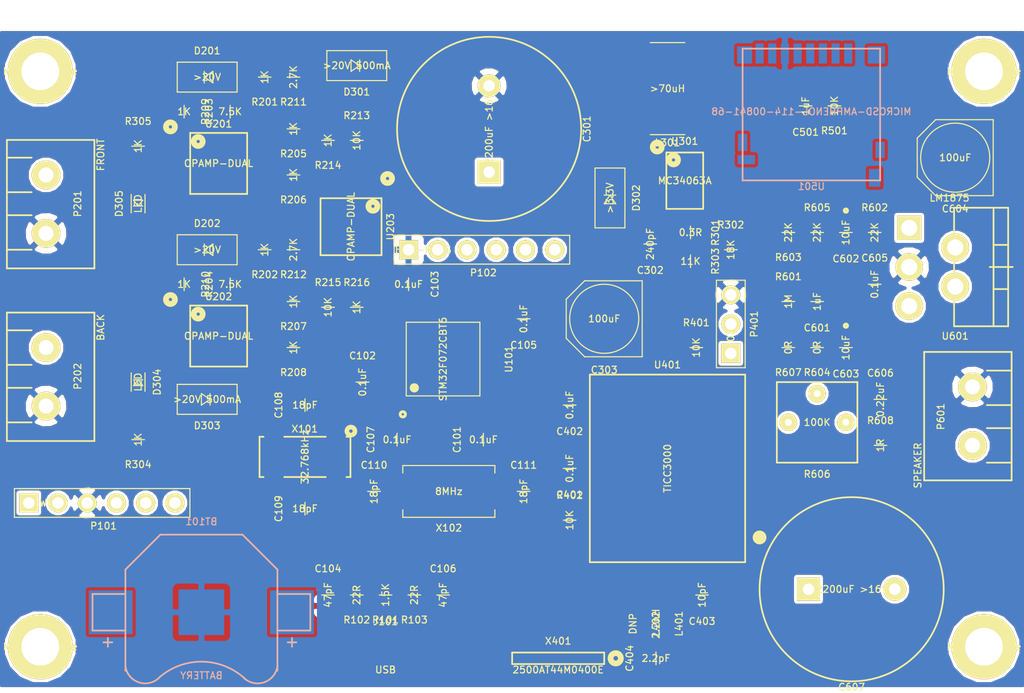
<source format=kicad_pcb>
(kicad_pcb (version 4) (host pcbnew "(2014-jul-16 BZR unknown)-product")
  (layers (0 F.Cu signal) (31 B.Cu signal) (34 B.Paste user) (35 F.Paste user) (36 B.SilkS user) (37 F.SilkS user) (38 B.Mask user) (39 F.Mask user) (44 Edge.Cuts user))
  (net 0 "")
  (net 1 GNDPWR)
  (net 2 "Net-(BT101-Pad1)")
  (net 3 +3.3V)
  (net 4 "Net-(C104-Pad2)")
  (net 5 "Net-(C106-Pad2)")
  (net 6 "Net-(C108-Pad1)")
  (net 7 "Net-(C109-Pad1)")
  (net 8 "Net-(C110-Pad1)")
  (net 9 "Net-(C111-Pad1)")
  (net 10 Vcc)
  (net 11 "Net-(C302-Pad1)")
  (net 12 "Net-(C403-Pad1)")
  (net 13 "Net-(C403-Pad2)")
  (net 14 "Net-(C404-Pad2)")
  (net 15 "Net-(C601-Pad1)")
  (net 16 /audio/AUDIOIN)
  (net 17 "Net-(C602-Pad1)")
  (net 18 "Net-(C603-Pad1)")
  (net 19 "Net-(C606-Pad1)")
  (net 20 "Net-(C607-Pad1)")
  (net 21 "Net-(C607-Pad2)")
  (net 22 "Net-(D201-Pad1)")
  (net 23 /input/FRONTIN)
  (net 24 "Net-(D202-Pad1)")
  (net 25 /input/BACKIN)
  (net 26 "Net-(D302-Pad2)")
  (net 27 "Net-(D303-Pad2)")
  (net 28 "Net-(D304-Pad1)")
  (net 29 "Net-(D305-Pad1)")
  (net 30 +5V)
  (net 31 /USBDM)
  (net 32 /USBDP)
  (net 33 /SWCLK)
  (net 34 /SWDIO)
  (net 35 /nRST)
  (net 36 "Net-(P101-Pad6)")
  (net 37 "Net-(P102-Pad2)")
  (net 38 "Net-(P102-Pad3)")
  (net 39 /DEBUGRX)
  (net 40 /DEBUGTX)
  (net 41 "Net-(P102-Pad6)")
  (net 42 /wifi/CC3000TX)
  (net 43 /wifi/CC3000RX)
  (net 44 /USBDPPU)
  (net 45 "Net-(R201-Pad2)")
  (net 46 "Net-(R202-Pad2)")
  (net 47 "Net-(R203-Pad2)")
  (net 48 "Net-(R204-Pad2)")
  (net 49 "Net-(R205-Pad2)")
  (net 50 "Net-(R207-Pad2)")
  (net 51 "Net-(R209-Pad1)")
  (net 52 "Net-(R209-Pad2)")
  (net 53 "Net-(R210-Pad1)")
  (net 54 "Net-(R210-Pad2)")
  (net 55 "Net-(R213-Pad1)")
  (net 56 "Net-(R215-Pad1)")
  (net 57 "Net-(R301-Pad2)")
  (net 58 "Net-(R302-Pad1)")
  (net 59 /wifi/CS)
  (net 60 /wifi/EN)
  (net 61 /sdcard/CS)
  (net 62 "Net-(R604-Pad2)")
  (net 63 "Net-(R606-Pad1)")
  (net 64 "Net-(R606-Pad2)")
  (net 65 "Net-(U101-Pad2)")
  (net 66 "Net-(U101-Pad10)")
  (net 67 "Net-(U101-Pad11)")
  (net 68 "Net-(U101-Pad12)")
  (net 69 "Net-(U101-Pad13)")
  (net 70 /wifi/SPICLK)
  (net 71 /wifi/SPIMISO)
  (net 72 /wifi/SPIMOSI)
  (net 73 /wifi/IRQ)
  (net 74 "Net-(U101-Pad21)")
  (net 75 "Net-(U101-Pad22)")
  (net 76 "Net-(U101-Pad25)")
  (net 77 /sdcard/CLK)
  (net 78 /sdcard/SPIMISO)
  (net 79 /sdcard/SPIMOSI)
  (net 80 /input/FRONTDIGITAL)
  (net 81 /input/BACKDIGITAL)
  (net 82 "Net-(U101-Pad41)")
  (net 83 "Net-(U101-Pad42)")
  (net 84 "Net-(U101-Pad43)")
  (net 85 "Net-(U101-Pad45)")
  (net 86 "Net-(U101-Pad46)")
  (net 87 "Net-(U401-Pad2)")
  (net 88 "Net-(U401-Pad3)")
  (net 89 "Net-(U401-Pad4)")
  (net 90 "Net-(U401-Pad5)")
  (net 91 "Net-(U401-Pad24)")
  (net 92 "Net-(U401-Pad27)")
  (net 93 "Net-(U401-Pad29)")
  (net 94 "Net-(U501-Pad1)")
  (net 95 "Net-(U501-Pad8)")
  (module kicadlib:CAPC2012X100N (layer F.Cu) (at 102 87 180)
    (fp_text reference C101 (at 2.286 0 270) (layer F.SilkS) (effects (font (size 0.6 0.6) (thickness 0.1))))
    (fp_text value 0.1uF (at 0 0 180) (layer F.SilkS) (effects (font (size 0.6 0.6) (thickness 0.1))))
    (pad 1 smd rect (at -0.95 0 180) (size 1 1.45) (layers F.Cu F.Paste F.Mask) (net 3 +3.3V))
    (pad 2 smd rect (at 0.95 0 180) (size 1 1.45) (layers F.Cu F.Paste F.Mask) (net 1 GNDPWR))
  )
  (module kicadlib:CAPC2012X100N (layer F.Cu) (at 91.5 82 90)
    (fp_text reference C102 (at 2.286 0 180) (layer F.SilkS) (effects (font (size 0.6 0.6) (thickness 0.1))))
    (fp_text value 0.1uF (at 0 0 90) (layer F.SilkS) (effects (font (size 0.6 0.6) (thickness 0.1))))
    (pad 1 smd rect (at -0.95 0 90) (size 1 1.45) (layers F.Cu F.Paste F.Mask) (net 3 +3.3V))
    (pad 2 smd rect (at 0.95 0 90) (size 1 1.45) (layers F.Cu F.Paste F.Mask) (net 1 GNDPWR))
  )
  (module kicadlib:CAPC2012X100N (layer F.Cu) (at 95.5 73.5)
    (fp_text reference C103 (at 2.286 0 90) (layer F.SilkS) (effects (font (size 0.6 0.6) (thickness 0.1))))
    (fp_text value 0.1uF (at 0 0) (layer F.SilkS) (effects (font (size 0.6 0.6) (thickness 0.1))))
    (pad 1 smd rect (at -0.95 0) (size 1 1.45) (layers F.Cu F.Paste F.Mask) (net 3 +3.3V))
    (pad 2 smd rect (at 0.95 0) (size 1 1.45) (layers F.Cu F.Paste F.Mask) (net 1 GNDPWR))
  )
  (module kicadlib:CAPC2012X100N (layer F.Cu) (at 88.5 100.5 90)
    (fp_text reference C104 (at 2.286 0 180) (layer F.SilkS) (effects (font (size 0.6 0.6) (thickness 0.1))))
    (fp_text value 47pF (at 0 0 90) (layer F.SilkS) (effects (font (size 0.6 0.6) (thickness 0.1))))
    (pad 1 smd rect (at -0.95 0 90) (size 1 1.45) (layers F.Cu F.Paste F.Mask) (net 1 GNDPWR))
    (pad 2 smd rect (at 0.95 0 90) (size 1 1.45) (layers F.Cu F.Paste F.Mask) (net 4 "Net-(C104-Pad2)"))
  )
  (module kicadlib:CAPC2012X100N (layer F.Cu) (at 105.5 76.5 270)
    (fp_text reference C105 (at 2.286 0 360) (layer F.SilkS) (effects (font (size 0.6 0.6) (thickness 0.1))))
    (fp_text value 0.1uF (at 0 0 270) (layer F.SilkS) (effects (font (size 0.6 0.6) (thickness 0.1))))
    (pad 1 smd rect (at -0.95 0 270) (size 1 1.45) (layers F.Cu F.Paste F.Mask) (net 3 +3.3V))
    (pad 2 smd rect (at 0.95 0 270) (size 1 1.45) (layers F.Cu F.Paste F.Mask) (net 1 GNDPWR))
  )
  (module kicadlib:CAPC2012X100N (layer F.Cu) (at 98.5 100.5 90)
    (fp_text reference C106 (at 2.286 0 180) (layer F.SilkS) (effects (font (size 0.6 0.6) (thickness 0.1))))
    (fp_text value 47pF (at 0 0 90) (layer F.SilkS) (effects (font (size 0.6 0.6) (thickness 0.1))))
    (pad 1 smd rect (at -0.95 0 90) (size 1 1.45) (layers F.Cu F.Paste F.Mask) (net 1 GNDPWR))
    (pad 2 smd rect (at 0.95 0 90) (size 1 1.45) (layers F.Cu F.Paste F.Mask) (net 5 "Net-(C106-Pad2)"))
  )
  (module kicadlib:CAPC2012X100N (layer F.Cu) (at 94.5 87 180)
    (fp_text reference C107 (at 2.286 0 270) (layer F.SilkS) (effects (font (size 0.6 0.6) (thickness 0.1))))
    (fp_text value 0.1uF (at 0 0 180) (layer F.SilkS) (effects (font (size 0.6 0.6) (thickness 0.1))))
    (pad 1 smd rect (at -0.95 0 180) (size 1 1.45) (layers F.Cu F.Paste F.Mask) (net 2 "Net-(BT101-Pad1)"))
    (pad 2 smd rect (at 0.95 0 180) (size 1 1.45) (layers F.Cu F.Paste F.Mask) (net 1 GNDPWR))
  )
  (module kicadlib:CAPC2012X100N (layer F.Cu) (at 86.5 84 180)
    (fp_text reference C108 (at 2.286 0 270) (layer F.SilkS) (effects (font (size 0.6 0.6) (thickness 0.1))))
    (fp_text value 18pF (at 0 0 180) (layer F.SilkS) (effects (font (size 0.6 0.6) (thickness 0.1))))
    (pad 1 smd rect (at -0.95 0 180) (size 1 1.45) (layers F.Cu F.Paste F.Mask) (net 6 "Net-(C108-Pad1)"))
    (pad 2 smd rect (at 0.95 0 180) (size 1 1.45) (layers F.Cu F.Paste F.Mask) (net 1 GNDPWR))
  )
  (module kicadlib:CAPC2012X100N (layer F.Cu) (at 86.5 93 180)
    (fp_text reference C109 (at 2.286 0 270) (layer F.SilkS) (effects (font (size 0.6 0.6) (thickness 0.1))))
    (fp_text value 18pF (at 0 0 180) (layer F.SilkS) (effects (font (size 0.6 0.6) (thickness 0.1))))
    (pad 1 smd rect (at -0.95 0 180) (size 1 1.45) (layers F.Cu F.Paste F.Mask) (net 7 "Net-(C109-Pad1)"))
    (pad 2 smd rect (at 0.95 0 180) (size 1 1.45) (layers F.Cu F.Paste F.Mask) (net 1 GNDPWR))
  )
  (module kicadlib:CAPC2012X100N (layer F.Cu) (at 92.5 91.5 90)
    (fp_text reference C110 (at 2.286 0 180) (layer F.SilkS) (effects (font (size 0.6 0.6) (thickness 0.1))))
    (fp_text value 18pF (at 0 0 90) (layer F.SilkS) (effects (font (size 0.6 0.6) (thickness 0.1))))
    (pad 1 smd rect (at -0.95 0 90) (size 1 1.45) (layers F.Cu F.Paste F.Mask) (net 8 "Net-(C110-Pad1)"))
    (pad 2 smd rect (at 0.95 0 90) (size 1 1.45) (layers F.Cu F.Paste F.Mask) (net 1 GNDPWR))
  )
  (module kicadlib:CAPC2012X100N (layer F.Cu) (at 105.5 91.5 90)
    (fp_text reference C111 (at 2.286 0 180) (layer F.SilkS) (effects (font (size 0.6 0.6) (thickness 0.1))))
    (fp_text value 18pF (at 0 0 90) (layer F.SilkS) (effects (font (size 0.6 0.6) (thickness 0.1))))
    (pad 1 smd rect (at -0.95 0 90) (size 1 1.45) (layers F.Cu F.Paste F.Mask) (net 9 "Net-(C111-Pad1)"))
    (pad 2 smd rect (at 0.95 0 90) (size 1 1.45) (layers F.Cu F.Paste F.Mask) (net 1 GNDPWR))
  )
  (module kicadlib:CAPPRD750W80D1600H2500P (layer F.Cu) (at 102.5 60 90)
    (fp_text reference C301 (at 0 8.5 90) (layer F.SilkS) (effects (font (size 0.6 0.6) (thickness 0.1))))
    (fp_text value "2200uF >16V" (at 0 0 90) (layer F.SilkS) (effects (font (size 0.6 0.6) (thickness 0.1))))
    (pad 1 thru_hole rect (at -3.75 0 90) (size 2 2) (drill 1) (layers *.Cu *.Mask F.SilkS) (net 10 Vcc))
    (pad 2 thru_hole circle (at 3.75 0 90) (size 2 2) (drill 1) (layers *.Cu *.Mask F.SilkS) (net 1 GNDPWR))
  )
  (module kicadlib:CAPC2012X100N (layer F.Cu) (at 116.5 70 270)
    (fp_text reference C302 (at 2.286 0 360) (layer F.SilkS) (effects (font (size 0.6 0.6) (thickness 0.1))))
    (fp_text value 240pF (at 0 0 270) (layer F.SilkS) (effects (font (size 0.6 0.6) (thickness 0.1))))
    (pad 1 smd rect (at -0.95 0 270) (size 1 1.45) (layers F.Cu F.Paste F.Mask) (net 11 "Net-(C302-Pad1)"))
    (pad 2 smd rect (at 0.95 0 270) (size 1 1.45) (layers F.Cu F.Paste F.Mask) (net 1 GNDPWR))
  )
  (module kicadlib:CAPC2012X100N (layer F.Cu) (at 109.5 89.5 270)
    (fp_text reference C401 (at 2.286 0 360) (layer F.SilkS) (effects (font (size 0.6 0.6) (thickness 0.1))))
    (fp_text value 0.1uF (at 0 0 270) (layer F.SilkS) (effects (font (size 0.6 0.6) (thickness 0.1))))
    (pad 1 smd rect (at -0.95 0 270) (size 1 1.45) (layers F.Cu F.Paste F.Mask) (net 3 +3.3V))
    (pad 2 smd rect (at 0.95 0 270) (size 1 1.45) (layers F.Cu F.Paste F.Mask) (net 1 GNDPWR))
  )
  (module kicadlib:CAPC2012X100N (layer F.Cu) (at 109.5 84 270)
    (fp_text reference C402 (at 2.286 0 360) (layer F.SilkS) (effects (font (size 0.6 0.6) (thickness 0.1))))
    (fp_text value 0.1uF (at 0 0 270) (layer F.SilkS) (effects (font (size 0.6 0.6) (thickness 0.1))))
    (pad 1 smd rect (at -0.95 0 270) (size 1 1.45) (layers F.Cu F.Paste F.Mask) (net 3 +3.3V))
    (pad 2 smd rect (at 0.95 0 270) (size 1 1.45) (layers F.Cu F.Paste F.Mask) (net 1 GNDPWR))
  )
  (module kicadlib:CAPC2012X100N (layer F.Cu) (at 121 100.5 270)
    (fp_text reference C403 (at 2.286 0 360) (layer F.SilkS) (effects (font (size 0.6 0.6) (thickness 0.1))))
    (fp_text value 10pF (at 0 0 270) (layer F.SilkS) (effects (font (size 0.6 0.6) (thickness 0.1))))
    (pad 1 smd rect (at -0.95 0 270) (size 1 1.45) (layers F.Cu F.Paste F.Mask) (net 12 "Net-(C403-Pad1)"))
    (pad 2 smd rect (at 0.95 0 270) (size 1 1.45) (layers F.Cu F.Paste F.Mask) (net 13 "Net-(C403-Pad2)"))
  )
  (module kicadlib:CAPC2012X100N (layer F.Cu) (at 117 106 180)
    (fp_text reference C404 (at 2.286 0 270) (layer F.SilkS) (effects (font (size 0.6 0.6) (thickness 0.1))))
    (fp_text value 2.2pF (at 0 0 180) (layer F.SilkS) (effects (font (size 0.6 0.6) (thickness 0.1))))
    (pad 1 smd rect (at -0.95 0 180) (size 1 1.45) (layers F.Cu F.Paste F.Mask) (net 13 "Net-(C403-Pad2)"))
    (pad 2 smd rect (at 0.95 0 180) (size 1 1.45) (layers F.Cu F.Paste F.Mask) (net 14 "Net-(C404-Pad2)"))
  )
  (module kicadlib:CAPC2012X100N (layer F.Cu) (at 130 58 270)
    (fp_text reference C501 (at 2.286 0 360) (layer F.SilkS) (effects (font (size 0.6 0.6) (thickness 0.1))))
    (fp_text value 1uF (at 0 0 270) (layer F.SilkS) (effects (font (size 0.6 0.6) (thickness 0.1))))
    (pad 1 smd rect (at -0.95 0 270) (size 1 1.45) (layers F.Cu F.Paste F.Mask) (net 3 +3.3V))
    (pad 2 smd rect (at 0.95 0 270) (size 1 1.45) (layers F.Cu F.Paste F.Mask) (net 1 GNDPWR))
  )
  (module kicadlib:CAPC2012X100N (layer F.Cu) (at 131 75 270)
    (fp_text reference C601 (at 2.286 0 360) (layer F.SilkS) (effects (font (size 0.6 0.6) (thickness 0.1))))
    (fp_text value 1uF (at 0 0 270) (layer F.SilkS) (effects (font (size 0.6 0.6) (thickness 0.1))))
    (pad 1 smd rect (at -0.95 0 270) (size 1 1.45) (layers F.Cu F.Paste F.Mask) (net 15 "Net-(C601-Pad1)"))
    (pad 2 smd rect (at 0.95 0 270) (size 1 1.45) (layers F.Cu F.Paste F.Mask) (net 16 /audio/AUDIOIN))
  )
  (module kicadlib:CAPCP2012X100N (layer F.Cu) (at 133.5 69 270)
    (fp_text reference C602 (at 2.286 0 360) (layer F.SilkS) (effects (font (size 0.6 0.6) (thickness 0.1))))
    (fp_text value 10uF (at 0 0 270) (layer F.SilkS) (effects (font (size 0.6 0.6) (thickness 0.1))))
    (pad 1 smd rect (at -0.95 0 270) (size 1 1.45) (layers F.Cu F.Paste F.Mask) (net 17 "Net-(C602-Pad1)"))
    (pad 2 smd rect (at 0.95 0 270) (size 1 1.45) (layers F.Cu F.Paste F.Mask) (net 1 GNDPWR))
  )
  (module kicadlib:CAPCP2012X100N (layer F.Cu) (at 133.5 79 270)
    (fp_text reference C603 (at 2.286 0 360) (layer F.SilkS) (effects (font (size 0.6 0.6) (thickness 0.1))))
    (fp_text value 10uF (at 0 0 270) (layer F.SilkS) (effects (font (size 0.6 0.6) (thickness 0.1))))
    (pad 1 smd rect (at -0.95 0 270) (size 1 1.45) (layers F.Cu F.Paste F.Mask) (net 18 "Net-(C603-Pad1)"))
    (pad 2 smd rect (at 0.95 0 270) (size 1 1.45) (layers F.Cu F.Paste F.Mask) (net 1 GNDPWR))
  )
  (module kicadlib:CAPC2012X100N (layer F.Cu) (at 136 73.5 90)
    (fp_text reference C605 (at 2.286 0 180) (layer F.SilkS) (effects (font (size 0.6 0.6) (thickness 0.1))))
    (fp_text value 0.1uF (at 0 0 90) (layer F.SilkS) (effects (font (size 0.6 0.6) (thickness 0.1))))
    (pad 1 smd rect (at -0.95 0 90) (size 1 1.45) (layers F.Cu F.Paste F.Mask) (net 10 Vcc))
    (pad 2 smd rect (at 0.95 0 90) (size 1 1.45) (layers F.Cu F.Paste F.Mask) (net 1 GNDPWR))
  )
  (module kicadlib:CAPC2012X100N (layer F.Cu) (at 136.5 83.5 90)
    (fp_text reference C606 (at 2.286 0 180) (layer F.SilkS) (effects (font (size 0.6 0.6) (thickness 0.1))))
    (fp_text value 0.22uF (at 0 0 90) (layer F.SilkS) (effects (font (size 0.6 0.6) (thickness 0.1))))
    (pad 1 smd rect (at -0.95 0 90) (size 1 1.45) (layers F.Cu F.Paste F.Mask) (net 19 "Net-(C606-Pad1)"))
    (pad 2 smd rect (at 0.95 0 90) (size 1 1.45) (layers F.Cu F.Paste F.Mask) (net 1 GNDPWR))
  )
  (module kicadlib:CAPPRD750W80D1600H2500P (layer F.Cu) (at 134 100)
    (fp_text reference C607 (at 0 8.5) (layer F.SilkS) (effects (font (size 0.6 0.6) (thickness 0.1))))
    (fp_text value "2200uF >16V" (at 0 0) (layer F.SilkS) (effects (font (size 0.6 0.6) (thickness 0.1))))
    (pad 1 thru_hole rect (at -3.75 0) (size 2 2) (drill 1) (layers *.Cu *.Mask F.SilkS) (net 20 "Net-(C607-Pad1)"))
    (pad 2 thru_hole circle (at 3.75 0) (size 2 2) (drill 1) (layers *.Cu *.Mask F.SilkS) (net 21 "Net-(C607-Pad2)"))
  )
  (module kicadlib:DIOM5226X220N (layer F.Cu) (at 78 55.5 180)
    (fp_text reference D201 (at 0 2.286 180) (layer F.SilkS) (effects (font (size 0.6 0.6) (thickness 0.1))))
    (fp_text value >20V (at 0 0 180) (layer F.SilkS) (effects (font (size 0.6 0.6) (thickness 0.1))))
    (pad 1 smd rect (at -2.15 0 180) (size 2.3 1.55) (layers F.Cu F.Paste F.Mask) (net 22 "Net-(D201-Pad1)"))
    (pad 2 smd rect (at 2.15 0 180) (size 2.3 1.55) (layers F.Cu F.Paste F.Mask) (net 23 /input/FRONTIN))
  )
  (module kicadlib:DIOM5226X220N (layer F.Cu) (at 78 70.5 180)
    (fp_text reference D202 (at 0 2.286 180) (layer F.SilkS) (effects (font (size 0.6 0.6) (thickness 0.1))))
    (fp_text value >20V (at 0 0 180) (layer F.SilkS) (effects (font (size 0.6 0.6) (thickness 0.1))))
    (pad 1 smd rect (at -2.15 0 180) (size 2.3 1.55) (layers F.Cu F.Paste F.Mask) (net 24 "Net-(D202-Pad1)"))
    (pad 2 smd rect (at 2.15 0 180) (size 2.3 1.55) (layers F.Cu F.Paste F.Mask) (net 25 /input/BACKIN))
  )
  (module kicadlib:DIOM5226X220N (layer F.Cu) (at 91 54.5)
    (fp_text reference D301 (at 0 2.286) (layer F.SilkS) (effects (font (size 0.6 0.6) (thickness 0.1))))
    (fp_text value ">20V 500mA" (at 0 0) (layer F.SilkS) (effects (font (size 0.6 0.6) (thickness 0.1))))
    (pad 1 smd rect (at -2.15 0) (size 2.3 1.55) (layers F.Cu F.Paste F.Mask) (net 23 /input/FRONTIN))
    (pad 2 smd rect (at 2.15 0) (size 2.3 1.55) (layers F.Cu F.Paste F.Mask) (net 10 Vcc))
  )
  (module kicadlib:DIOM5226X220N (layer F.Cu) (at 113 66 90)
    (fp_text reference D302 (at 0 2.286 90) (layer F.SilkS) (effects (font (size 0.6 0.6) (thickness 0.1))))
    (fp_text value >3.3V (at 0 0 90) (layer F.SilkS) (effects (font (size 0.6 0.6) (thickness 0.1))))
    (pad 1 smd rect (at -2.15 0 90) (size 2.3 1.55) (layers F.Cu F.Paste F.Mask) (net 1 GNDPWR))
    (pad 2 smd rect (at 2.15 0 90) (size 2.3 1.55) (layers F.Cu F.Paste F.Mask) (net 26 "Net-(D302-Pad2)"))
  )
  (module kicadlib:DIOM5226X220N (layer F.Cu) (at 78 83.5)
    (fp_text reference D303 (at 0 2.286) (layer F.SilkS) (effects (font (size 0.6 0.6) (thickness 0.1))))
    (fp_text value ">20V 500mA" (at 0 0) (layer F.SilkS) (effects (font (size 0.6 0.6) (thickness 0.1))))
    (pad 1 smd rect (at -2.15 0) (size 2.3 1.55) (layers F.Cu F.Paste F.Mask) (net 25 /input/BACKIN))
    (pad 2 smd rect (at 2.15 0) (size 2.3 1.55) (layers F.Cu F.Paste F.Mask) (net 27 "Net-(D303-Pad2)"))
  )
  (module kicadlib:LEDC3216X100N (layer F.Cu) (at 72 82 90)
    (fp_text reference D304 (at 0 1.651 90) (layer F.SilkS) (effects (font (size 0.6 0.6) (thickness 0.1))))
    (fp_text value LED (at 0 0 90) (layer F.SilkS) (effects (font (size 0.6 0.6) (thickness 0.1))))
    (pad 1 smd rect (at -1.5 0 90) (size 1.05 1.75) (layers F.Cu F.Paste F.Mask) (net 28 "Net-(D304-Pad1)"))
    (pad 2 smd rect (at 1.5 0 90) (size 1.05 1.75) (layers F.Cu F.Paste F.Mask) (net 1 GNDPWR))
  )
  (module kicadlib:LEDC3216X100N (layer F.Cu) (at 72 66.5 270)
    (fp_text reference D305 (at 0 1.651 270) (layer F.SilkS) (effects (font (size 0.6 0.6) (thickness 0.1))))
    (fp_text value LED (at 0 0 270) (layer F.SilkS) (effects (font (size 0.6 0.6) (thickness 0.1))))
    (pad 1 smd rect (at -1.5 0 270) (size 1.05 1.75) (layers F.Cu F.Paste F.Mask) (net 29 "Net-(D305-Pad1)"))
    (pad 2 smd rect (at 1.5 0 270) (size 1.05 1.75) (layers F.Cu F.Paste F.Mask) (net 1 GNDPWR))
  )
  (module kicadlib:JST_UB-MC5BR3-SD204-4S-NMP (layer F.Cu) (at 93.5 107)
    (fp_text reference J101 (at 0 -4.191) (layer F.SilkS) (effects (font (size 0.6 0.6) (thickness 0.1))))
    (fp_text value USB (at 0 0) (layer F.SilkS) (effects (font (size 0.6 0.6) (thickness 0.1))))
    (pad 1 smd rect (at -1.3 -2.95) (size 0.4 1.9) (layers F.Cu F.Paste F.Mask) (net 30 +5V))
    (pad 2 smd rect (at -0.65 -2.95) (size 0.4 1.9) (layers F.Cu F.Paste F.Mask) (net 31 /USBDM))
    (pad 3 smd rect (at 0 -2.95) (size 0.4 1.9) (layers F.Cu F.Paste F.Mask) (net 32 /USBDP))
    (pad 4 smd rect (at 0.65 -2.95) (size 0.4 1.9) (layers F.Cu F.Paste F.Mask))
    (pad 5 smd rect (at 1.3 -2.95) (size 0.4 1.9) (layers F.Cu F.Paste F.Mask) (net 1 GNDPWR))
    (pad "" smd rect (at -3.2 -2.35) (size 1.6 1.4) (layers F.Cu F.Paste F.Mask))
    (pad "" smd rect (at 3.2 -2.35) (size 1.6 1.4) (layers F.Cu F.Paste F.Mask))
    (pad "" smd rect (at -4 0) (size 1.8 1.9) (layers F.Cu F.Paste F.Mask))
    (pad "" smd rect (at 4 0) (size 1.8 1.9) (layers F.Cu F.Paste F.Mask))
    (pad "" smd rect (at -1.2 0) (size 1.9 1.9) (layers F.Cu F.Paste F.Mask))
    (pad "" smd rect (at 1.2 0) (size 1.9 1.9) (layers F.Cu F.Paste F.Mask))
  )
  (module kicadlib:IND_ASPI-8040S-680M-T (layer F.Cu) (at 118 56.5)
    (fp_text reference L301 (at 0 4.699) (layer F.SilkS) (effects (font (size 0.6 0.6) (thickness 0.1))))
    (fp_text value >70uH (at 0 0) (layer F.SilkS) (effects (font (size 0.6 0.6) (thickness 0.1))))
    (pad 1 smd rect (at -3 0) (size 2.2 7.5) (layers F.Cu F.Paste F.Mask) (net 26 "Net-(D302-Pad2)"))
    (pad 2 smd rect (at 3 0) (size 2.2 7.5) (layers F.Cu F.Paste F.Mask) (net 3 +3.3V))
  )
  (module kicadlib:INDC1005X60N (layer F.Cu) (at 118 103 90)
    (fp_text reference L401 (at 0 1 90) (layer F.SilkS) (effects (font (size 0.6 0.6) (thickness 0.1))))
    (fp_text value 2.2nH (at 0 -1 90) (layer F.SilkS) (effects (font (size 0.6 0.6) (thickness 0.1))))
    (pad 1 smd rect (at -0.47 0 90) (size 0.6 0.64) (layers F.Cu F.Paste F.Mask) (net 13 "Net-(C403-Pad2)"))
    (pad 2 smd rect (at 0.47 0 90) (size 0.6 0.64) (layers F.Cu F.Paste F.Mask) (net 1 GNDPWR))
  )
  (module kicadlib:INDC1005X60N (layer F.Cu) (at 116 103 90)
    (fp_text reference L402 (at 0 1 90) (layer F.SilkS) (effects (font (size 0.6 0.6) (thickness 0.1))))
    (fp_text value DNP (at 0 -1 90) (layer F.SilkS) (effects (font (size 0.6 0.6) (thickness 0.1))))
    (pad 1 smd rect (at -0.47 0 90) (size 0.6 0.64) (layers F.Cu F.Paste F.Mask) (net 14 "Net-(C404-Pad2)"))
    (pad 2 smd rect (at 0.47 0 90) (size 0.6 0.64) (layers F.Cu F.Paste F.Mask) (net 1 GNDPWR))
  )
  (module kicadlib:MTGNP565H328Z565P (layer F.Cu) (at 145.5 55)
    (fp_text reference M101 hide)
    (fp_text value "Mounting Hole" (at 0 0) (layer F.SilkS) (effects (font (size 0.6 0.6) (thickness 0.1))))
    (pad "" thru_hole circle (at 0 0) (size 5.65 5.65) (drill 3.2766) (layers *.Cu *.Mask F.SilkS))
  )
  (module kicadlib:MTGNP565H328Z565P (layer F.Cu) (at 63.5 105)
    (fp_text reference M102 hide)
    (fp_text value "Mounting Hole" (at 0 0) (layer F.SilkS) (effects (font (size 0.6 0.6) (thickness 0.1))))
    (pad "" thru_hole circle (at 0 0) (size 5.65 5.65) (drill 3.2766) (layers *.Cu *.Mask F.SilkS))
  )
  (module kicadlib:MTGNP565H328Z565P (layer F.Cu) (at 145.5 105)
    (fp_text reference M103 hide)
    (fp_text value "Mounting Hole" (at 0 0) (layer F.SilkS) (effects (font (size 0.6 0.6) (thickness 0.1))))
    (pad "" thru_hole circle (at 0 0) (size 5.65 5.65) (drill 3.2766) (layers *.Cu *.Mask F.SilkS))
  )
  (module kicadlib:MTGNP565H328Z565P (layer F.Cu) (at 63.5 55)
    (fp_text reference M104 hide)
    (fp_text value "Mounting Hole" (at 0 0) (layer F.SilkS) (effects (font (size 0.6 0.6) (thickness 0.1))))
    (pad "" thru_hole circle (at 0 0) (size 5.65 5.65) (drill 3.2766) (layers *.Cu *.Mask F.SilkS))
  )
  (module kicadlib:HDRV6W66P254_1X6_1524X249X838P (layer F.Cu) (at 62.5 92.5)
    (fp_text reference P101 (at 6.5 2) (layer F.SilkS) (effects (font (size 0.6 0.6) (thickness 0.1))))
    (fp_text value SWD (at 1.27 0) (layer F.SilkS) (effects (font (size 0.6 0.6) (thickness 0.1))))
    (pad 1 thru_hole rect (at 0 0) (size 1.65 1.65) (drill 1) (layers *.Cu *.Mask F.SilkS) (net 3 +3.3V))
    (pad 2 thru_hole circle (at 2.54 0) (size 1.65 1.65) (drill 1) (layers *.Cu *.Mask F.SilkS) (net 33 /SWCLK))
    (pad 3 thru_hole circle (at 5.08 0) (size 1.65 1.65) (drill 1) (layers *.Cu *.Mask F.SilkS) (net 1 GNDPWR))
    (pad 4 thru_hole circle (at 7.62 0) (size 1.65 1.65) (drill 1) (layers *.Cu *.Mask F.SilkS) (net 34 /SWDIO))
    (pad 5 thru_hole circle (at 10.16 0) (size 1.65 1.65) (drill 1) (layers *.Cu *.Mask F.SilkS) (net 35 /nRST))
    (pad 6 thru_hole circle (at 12.7 0) (size 1.65 1.65) (drill 1) (layers *.Cu *.Mask F.SilkS) (net 36 "Net-(P101-Pad6)"))
  )
  (module kicadlib:HDRV6W66P254_1X6_1524X249X838P (layer F.Cu) (at 95.5 70.5)
    (fp_text reference P102 (at 6.5 2) (layer F.SilkS) (effects (font (size 0.6 0.6) (thickness 0.1))))
    (fp_text value FTDI-PLUG (at 1.27 0) (layer F.SilkS) (effects (font (size 0.6 0.6) (thickness 0.1))))
    (pad 1 thru_hole rect (at 0 0) (size 1.65 1.65) (drill 1) (layers *.Cu *.Mask F.SilkS) (net 1 GNDPWR))
    (pad 2 thru_hole circle (at 2.54 0) (size 1.65 1.65) (drill 1) (layers *.Cu *.Mask F.SilkS) (net 37 "Net-(P102-Pad2)"))
    (pad 3 thru_hole circle (at 5.08 0) (size 1.65 1.65) (drill 1) (layers *.Cu *.Mask F.SilkS) (net 38 "Net-(P102-Pad3)"))
    (pad 4 thru_hole circle (at 7.62 0) (size 1.65 1.65) (drill 1) (layers *.Cu *.Mask F.SilkS) (net 39 /DEBUGRX))
    (pad 5 thru_hole circle (at 10.16 0) (size 1.65 1.65) (drill 1) (layers *.Cu *.Mask F.SilkS) (net 40 /DEBUGTX))
    (pad 6 thru_hole circle (at 12.7 0) (size 1.65 1.65) (drill 1) (layers *.Cu *.Mask F.SilkS) (net 41 "Net-(P102-Pad6)"))
  )
  (module kicadlib:OST-OSTTC022162 (layer F.Cu) (at 64 64 270)
    (fp_text reference P201 (at 2.5 -2.75 270) (layer F.SilkS) (effects (font (size 0.6 0.6) (thickness 0.1))))
    (fp_text value FRONT (at -1.75 -4.75 270) (layer F.SilkS) (effects (font (size 0.6 0.6) (thickness 0.1))))
    (pad 1 thru_hole circle (at 0 0 270) (size 2.5 2.5) (drill 1.3) (layers *.Cu *.Mask F.SilkS) (net 23 /input/FRONTIN))
    (pad 2 thru_hole circle (at 5.08 0 270) (size 2.5 2.5) (drill 1.3) (layers *.Cu *.Mask F.SilkS) (net 1 GNDPWR))
  )
  (module kicadlib:OST-OSTTC022162 (layer F.Cu) (at 64 79 270)
    (fp_text reference P202 (at 2.5 -2.75 270) (layer F.SilkS) (effects (font (size 0.6 0.6) (thickness 0.1))))
    (fp_text value BACK (at -1.75 -4.75 270) (layer F.SilkS) (effects (font (size 0.6 0.6) (thickness 0.1))))
    (pad 1 thru_hole circle (at 0 0 270) (size 2.5 2.5) (drill 1.3) (layers *.Cu *.Mask F.SilkS) (net 25 /input/BACKIN))
    (pad 2 thru_hole circle (at 5.08 0 270) (size 2.5 2.5) (drill 1.3) (layers *.Cu *.Mask F.SilkS) (net 1 GNDPWR))
  )
  (module kicadlib:HDRV3W66P254_1X3_762X249X838P (layer F.Cu) (at 123.5 79.5 90)
    (fp_text reference P401 (at 2.54 2.032 90) (layer F.SilkS) (effects (font (size 0.6 0.6) (thickness 0.1))))
    (fp_text value P03 (at 1.27 0 90) (layer F.SilkS) (effects (font (size 0.6 0.6) (thickness 0.1))))
    (pad 1 thru_hole rect (at 0 0 90) (size 1.65 1.65) (drill 1) (layers *.Cu *.Mask F.SilkS) (net 42 /wifi/CC3000TX))
    (pad 2 thru_hole circle (at 2.54 0 90) (size 1.65 1.65) (drill 1) (layers *.Cu *.Mask F.SilkS) (net 43 /wifi/CC3000RX))
    (pad 3 thru_hole circle (at 5.08 0 90) (size 1.65 1.65) (drill 1) (layers *.Cu *.Mask F.SilkS) (net 1 GNDPWR))
  )
  (module kicadlib:OST-OSTTC022162 (layer F.Cu) (at 144.5 87.5 90)
    (fp_text reference P601 (at 2.5 -2.75 90) (layer F.SilkS) (effects (font (size 0.6 0.6) (thickness 0.1))))
    (fp_text value SPEAKER (at -1.75 -4.75 90) (layer F.SilkS) (effects (font (size 0.6 0.6) (thickness 0.1))))
    (pad 1 thru_hole circle (at 0 0 90) (size 2.5 2.5) (drill 1.3) (layers *.Cu *.Mask F.SilkS) (net 21 "Net-(C607-Pad2)"))
    (pad 2 thru_hole circle (at 5.08 0 90) (size 2.5 2.5) (drill 1.3) (layers *.Cu *.Mask F.SilkS) (net 1 GNDPWR))
  )
  (module kicadlib:RESC2012X100N (layer F.Cu) (at 93.5 100.5 270)
    (fp_text reference R101 (at 2.159 0 360) (layer F.SilkS) (effects (font (size 0.6 0.6) (thickness 0.1))))
    (fp_text value 1.5K (at 0 0 270) (layer F.SilkS) (effects (font (size 0.6 0.6) (thickness 0.1))))
    (pad 1 smd rect (at -0.95 0 270) (size 1 1.45) (layers F.Cu F.Paste F.Mask) (net 44 /USBDPPU))
    (pad 2 smd rect (at 0.95 0 270) (size 1 1.45) (layers F.Cu F.Paste F.Mask) (net 32 /USBDP))
  )
  (module kicadlib:RESC2012X100N (layer F.Cu) (at 91 100.5 270)
    (fp_text reference R102 (at 2.159 0 360) (layer F.SilkS) (effects (font (size 0.6 0.6) (thickness 0.1))))
    (fp_text value 22R (at 0 0 270) (layer F.SilkS) (effects (font (size 0.6 0.6) (thickness 0.1))))
    (pad 1 smd rect (at -0.95 0 270) (size 1 1.45) (layers F.Cu F.Paste F.Mask) (net 4 "Net-(C104-Pad2)"))
    (pad 2 smd rect (at 0.95 0 270) (size 1 1.45) (layers F.Cu F.Paste F.Mask) (net 32 /USBDP))
  )
  (module kicadlib:RESC2012X100N (layer F.Cu) (at 96 100.5 270)
    (fp_text reference R103 (at 2.159 0 360) (layer F.SilkS) (effects (font (size 0.6 0.6) (thickness 0.1))))
    (fp_text value 22R (at 0 0 270) (layer F.SilkS) (effects (font (size 0.6 0.6) (thickness 0.1))))
    (pad 1 smd rect (at -0.95 0 270) (size 1 1.45) (layers F.Cu F.Paste F.Mask) (net 5 "Net-(C106-Pad2)"))
    (pad 2 smd rect (at 0.95 0 270) (size 1 1.45) (layers F.Cu F.Paste F.Mask) (net 31 /USBDM))
  )
  (module kicadlib:RESC2012X100N (layer F.Cu) (at 83 55.5 270)
    (fp_text reference R201 (at 2.159 0 360) (layer F.SilkS) (effects (font (size 0.6 0.6) (thickness 0.1))))
    (fp_text value 1K (at 0 0 270) (layer F.SilkS) (effects (font (size 0.6 0.6) (thickness 0.1))))
    (pad 1 smd rect (at -0.95 0 270) (size 1 1.45) (layers F.Cu F.Paste F.Mask) (net 22 "Net-(D201-Pad1)"))
    (pad 2 smd rect (at 0.95 0 270) (size 1 1.45) (layers F.Cu F.Paste F.Mask) (net 45 "Net-(R201-Pad2)"))
  )
  (module kicadlib:RESC2012X100N (layer F.Cu) (at 83 70.5 270)
    (fp_text reference R202 (at 2.159 0 360) (layer F.SilkS) (effects (font (size 0.6 0.6) (thickness 0.1))))
    (fp_text value 1K (at 0 0 270) (layer F.SilkS) (effects (font (size 0.6 0.6) (thickness 0.1))))
    (pad 1 smd rect (at -0.95 0 270) (size 1 1.45) (layers F.Cu F.Paste F.Mask) (net 24 "Net-(D202-Pad1)"))
    (pad 2 smd rect (at 0.95 0 270) (size 1 1.45) (layers F.Cu F.Paste F.Mask) (net 46 "Net-(R202-Pad2)"))
  )
  (module kicadlib:RESC2012X100N (layer F.Cu) (at 76 58.5)
    (fp_text reference R203 (at 2.159 0 90) (layer F.SilkS) (effects (font (size 0.6 0.6) (thickness 0.1))))
    (fp_text value 1K (at 0 0) (layer F.SilkS) (effects (font (size 0.6 0.6) (thickness 0.1))))
    (pad 1 smd rect (at -0.95 0) (size 1 1.45) (layers F.Cu F.Paste F.Mask) (net 45 "Net-(R201-Pad2)"))
    (pad 2 smd rect (at 0.95 0) (size 1 1.45) (layers F.Cu F.Paste F.Mask) (net 47 "Net-(R203-Pad2)"))
  )
  (module kicadlib:RESC2012X100N (layer F.Cu) (at 76 73.5)
    (fp_text reference R204 (at 2.159 0 90) (layer F.SilkS) (effects (font (size 0.6 0.6) (thickness 0.1))))
    (fp_text value 1K (at 0 0) (layer F.SilkS) (effects (font (size 0.6 0.6) (thickness 0.1))))
    (pad 1 smd rect (at -0.95 0) (size 1 1.45) (layers F.Cu F.Paste F.Mask) (net 46 "Net-(R202-Pad2)"))
    (pad 2 smd rect (at 0.95 0) (size 1 1.45) (layers F.Cu F.Paste F.Mask) (net 48 "Net-(R204-Pad2)"))
  )
  (module kicadlib:RESC2012X100N (layer F.Cu) (at 85.5 60 270)
    (fp_text reference R205 (at 2.159 0 360) (layer F.SilkS) (effects (font (size 0.6 0.6) (thickness 0.1))))
    (fp_text value 1K (at 0 0 270) (layer F.SilkS) (effects (font (size 0.6 0.6) (thickness 0.1))))
    (pad 1 smd rect (at -0.95 0 270) (size 1 1.45) (layers F.Cu F.Paste F.Mask) (net 10 Vcc))
    (pad 2 smd rect (at 0.95 0 270) (size 1 1.45) (layers F.Cu F.Paste F.Mask) (net 49 "Net-(R205-Pad2)"))
  )
  (module kicadlib:RESC2012X100N (layer F.Cu) (at 85.5 64 270)
    (fp_text reference R206 (at 2.159 0 360) (layer F.SilkS) (effects (font (size 0.6 0.6) (thickness 0.1))))
    (fp_text value 1K (at 0 0 270) (layer F.SilkS) (effects (font (size 0.6 0.6) (thickness 0.1))))
    (pad 1 smd rect (at -0.95 0 270) (size 1 1.45) (layers F.Cu F.Paste F.Mask) (net 49 "Net-(R205-Pad2)"))
    (pad 2 smd rect (at 0.95 0 270) (size 1 1.45) (layers F.Cu F.Paste F.Mask) (net 1 GNDPWR))
  )
  (module kicadlib:RESC2012X100N (layer F.Cu) (at 85.5 75 270)
    (fp_text reference R207 (at 2.159 0 360) (layer F.SilkS) (effects (font (size 0.6 0.6) (thickness 0.1))))
    (fp_text value 1K (at 0 0 270) (layer F.SilkS) (effects (font (size 0.6 0.6) (thickness 0.1))))
    (pad 1 smd rect (at -0.95 0 270) (size 1 1.45) (layers F.Cu F.Paste F.Mask) (net 10 Vcc))
    (pad 2 smd rect (at 0.95 0 270) (size 1 1.45) (layers F.Cu F.Paste F.Mask) (net 50 "Net-(R207-Pad2)"))
  )
  (module kicadlib:RESC2012X100N (layer F.Cu) (at 85.5 79 270)
    (fp_text reference R208 (at 2.159 0 360) (layer F.SilkS) (effects (font (size 0.6 0.6) (thickness 0.1))))
    (fp_text value 1K (at 0 0 270) (layer F.SilkS) (effects (font (size 0.6 0.6) (thickness 0.1))))
    (pad 1 smd rect (at -0.95 0 270) (size 1 1.45) (layers F.Cu F.Paste F.Mask) (net 50 "Net-(R207-Pad2)"))
    (pad 2 smd rect (at 0.95 0 270) (size 1 1.45) (layers F.Cu F.Paste F.Mask) (net 1 GNDPWR))
  )
  (module kicadlib:RESC2012X100N (layer F.Cu) (at 80 58.5 180)
    (fp_text reference R209 (at 2.159 0 270) (layer F.SilkS) (effects (font (size 0.6 0.6) (thickness 0.1))))
    (fp_text value 7.5K (at 0 0 180) (layer F.SilkS) (effects (font (size 0.6 0.6) (thickness 0.1))))
    (pad 1 smd rect (at -0.95 0 180) (size 1 1.45) (layers F.Cu F.Paste F.Mask) (net 51 "Net-(R209-Pad1)"))
    (pad 2 smd rect (at 0.95 0 180) (size 1 1.45) (layers F.Cu F.Paste F.Mask) (net 52 "Net-(R209-Pad2)"))
  )
  (module kicadlib:RESC2012X100N (layer F.Cu) (at 80 73.5 180)
    (fp_text reference R210 (at 2.159 0 270) (layer F.SilkS) (effects (font (size 0.6 0.6) (thickness 0.1))))
    (fp_text value 7.5K (at 0 0 180) (layer F.SilkS) (effects (font (size 0.6 0.6) (thickness 0.1))))
    (pad 1 smd rect (at -0.95 0 180) (size 1 1.45) (layers F.Cu F.Paste F.Mask) (net 53 "Net-(R210-Pad1)"))
    (pad 2 smd rect (at 0.95 0 180) (size 1 1.45) (layers F.Cu F.Paste F.Mask) (net 54 "Net-(R210-Pad2)"))
  )
  (module kicadlib:RESC2012X100N (layer F.Cu) (at 85.5 55.5 270)
    (fp_text reference R211 (at 2.159 0 360) (layer F.SilkS) (effects (font (size 0.6 0.6) (thickness 0.1))))
    (fp_text value 2.7K (at 0 0 270) (layer F.SilkS) (effects (font (size 0.6 0.6) (thickness 0.1))))
    (pad 1 smd rect (at -0.95 0 270) (size 1 1.45) (layers F.Cu F.Paste F.Mask) (net 1 GNDPWR))
    (pad 2 smd rect (at 0.95 0 270) (size 1 1.45) (layers F.Cu F.Paste F.Mask) (net 51 "Net-(R209-Pad1)"))
  )
  (module kicadlib:RESC2012X100N (layer F.Cu) (at 85.5 70.5 270)
    (fp_text reference R212 (at 2.159 0 360) (layer F.SilkS) (effects (font (size 0.6 0.6) (thickness 0.1))))
    (fp_text value 2.7K (at 0 0 270) (layer F.SilkS) (effects (font (size 0.6 0.6) (thickness 0.1))))
    (pad 1 smd rect (at -0.95 0 270) (size 1 1.45) (layers F.Cu F.Paste F.Mask) (net 1 GNDPWR))
    (pad 2 smd rect (at 0.95 0 270) (size 1 1.45) (layers F.Cu F.Paste F.Mask) (net 53 "Net-(R210-Pad1)"))
  )
  (module kicadlib:RESC2012X100N (layer F.Cu) (at 91 61 90)
    (fp_text reference R213 (at 2.159 0 180) (layer F.SilkS) (effects (font (size 0.6 0.6) (thickness 0.1))))
    (fp_text value 10K (at 0 0 90) (layer F.SilkS) (effects (font (size 0.6 0.6) (thickness 0.1))))
    (pad 1 smd rect (at -0.95 0 90) (size 1 1.45) (layers F.Cu F.Paste F.Mask) (net 55 "Net-(R213-Pad1)"))
    (pad 2 smd rect (at 0.95 0 90) (size 1 1.45) (layers F.Cu F.Paste F.Mask) (net 10 Vcc))
  )
  (module kicadlib:RESC2012X100N (layer F.Cu) (at 88.5 61 270)
    (fp_text reference R214 (at 2.159 0 360) (layer F.SilkS) (effects (font (size 0.6 0.6) (thickness 0.1))))
    (fp_text value 1K (at 0 0 270) (layer F.SilkS) (effects (font (size 0.6 0.6) (thickness 0.1))))
    (pad 1 smd rect (at -0.95 0 270) (size 1 1.45) (layers F.Cu F.Paste F.Mask) (net 1 GNDPWR))
    (pad 2 smd rect (at 0.95 0 270) (size 1 1.45) (layers F.Cu F.Paste F.Mask) (net 55 "Net-(R213-Pad1)"))
  )
  (module kicadlib:RESC2012X100N (layer F.Cu) (at 88.5 75.5 90)
    (fp_text reference R215 (at 2.159 0 180) (layer F.SilkS) (effects (font (size 0.6 0.6) (thickness 0.1))))
    (fp_text value 10K (at 0 0 90) (layer F.SilkS) (effects (font (size 0.6 0.6) (thickness 0.1))))
    (pad 1 smd rect (at -0.95 0 90) (size 1 1.45) (layers F.Cu F.Paste F.Mask) (net 56 "Net-(R215-Pad1)"))
    (pad 2 smd rect (at 0.95 0 90) (size 1 1.45) (layers F.Cu F.Paste F.Mask) (net 10 Vcc))
  )
  (module kicadlib:RESC2012X100N (layer F.Cu) (at 91 75.5 90)
    (fp_text reference R216 (at 2.159 0 180) (layer F.SilkS) (effects (font (size 0.6 0.6) (thickness 0.1))))
    (fp_text value 1K (at 0 0 90) (layer F.SilkS) (effects (font (size 0.6 0.6) (thickness 0.1))))
    (pad 1 smd rect (at -0.95 0 90) (size 1 1.45) (layers F.Cu F.Paste F.Mask) (net 1 GNDPWR))
    (pad 2 smd rect (at 0.95 0 90) (size 1 1.45) (layers F.Cu F.Paste F.Mask) (net 56 "Net-(R215-Pad1)"))
  )
  (module kicadlib:RESC2012X100N (layer F.Cu) (at 120 69)
    (fp_text reference R301 (at 2.159 0 90) (layer F.SilkS) (effects (font (size 0.6 0.6) (thickness 0.1))))
    (fp_text value 0.3R (at 0 0) (layer F.SilkS) (effects (font (size 0.6 0.6) (thickness 0.1))))
    (pad 1 smd rect (at -0.95 0) (size 1 1.45) (layers F.Cu F.Paste F.Mask) (net 10 Vcc))
    (pad 2 smd rect (at 0.95 0) (size 1 1.45) (layers F.Cu F.Paste F.Mask) (net 57 "Net-(R301-Pad2)"))
  )
  (module kicadlib:RESC2012X100N (layer F.Cu) (at 123.5 70.5 90)
    (fp_text reference R302 (at 2.159 0 180) (layer F.SilkS) (effects (font (size 0.6 0.6) (thickness 0.1))))
    (fp_text value 18K (at 0 0 90) (layer F.SilkS) (effects (font (size 0.6 0.6) (thickness 0.1))))
    (pad 1 smd rect (at -0.95 0 90) (size 1 1.45) (layers F.Cu F.Paste F.Mask) (net 58 "Net-(R302-Pad1)"))
    (pad 2 smd rect (at 0.95 0 90) (size 1 1.45) (layers F.Cu F.Paste F.Mask) (net 3 +3.3V))
  )
  (module kicadlib:RESC2012X100N (layer F.Cu) (at 120 71.5)
    (fp_text reference R303 (at 2.159 0 90) (layer F.SilkS) (effects (font (size 0.6 0.6) (thickness 0.1))))
    (fp_text value 11K (at 0 0) (layer F.SilkS) (effects (font (size 0.6 0.6) (thickness 0.1))))
    (pad 1 smd rect (at -0.95 0) (size 1 1.45) (layers F.Cu F.Paste F.Mask) (net 1 GNDPWR))
    (pad 2 smd rect (at 0.95 0) (size 1 1.45) (layers F.Cu F.Paste F.Mask) (net 58 "Net-(R302-Pad1)"))
  )
  (module kicadlib:RESC2012X100N (layer F.Cu) (at 72 87 270)
    (fp_text reference R304 (at 2.159 0 360) (layer F.SilkS) (effects (font (size 0.6 0.6) (thickness 0.1))))
    (fp_text value 1K (at 0 0 270) (layer F.SilkS) (effects (font (size 0.6 0.6) (thickness 0.1))))
    (pad 1 smd rect (at -0.95 0 270) (size 1 1.45) (layers F.Cu F.Paste F.Mask) (net 28 "Net-(D304-Pad1)"))
    (pad 2 smd rect (at 0.95 0 270) (size 1 1.45) (layers F.Cu F.Paste F.Mask) (net 27 "Net-(D303-Pad2)"))
  )
  (module kicadlib:RESC2012X100N (layer F.Cu) (at 72 61.5 90)
    (fp_text reference R305 (at 2.159 0 180) (layer F.SilkS) (effects (font (size 0.6 0.6) (thickness 0.1))))
    (fp_text value 1K (at 0 0 90) (layer F.SilkS) (effects (font (size 0.6 0.6) (thickness 0.1))))
    (pad 1 smd rect (at -0.95 0 90) (size 1 1.45) (layers F.Cu F.Paste F.Mask) (net 29 "Net-(D305-Pad1)"))
    (pad 2 smd rect (at 0.95 0 90) (size 1 1.45) (layers F.Cu F.Paste F.Mask) (net 10 Vcc))
  )
  (module kicadlib:RESC2012X100N (layer F.Cu) (at 120.5 79 90)
    (fp_text reference R401 (at 2.159 0 180) (layer F.SilkS) (effects (font (size 0.6 0.6) (thickness 0.1))))
    (fp_text value 10K (at 0 0 90) (layer F.SilkS) (effects (font (size 0.6 0.6) (thickness 0.1))))
    (pad 1 smd rect (at -0.95 0 90) (size 1 1.45) (layers F.Cu F.Paste F.Mask) (net 59 /wifi/CS))
    (pad 2 smd rect (at 0.95 0 90) (size 1 1.45) (layers F.Cu F.Paste F.Mask) (net 3 +3.3V))
  )
  (module kicadlib:RESC2012X100N (layer F.Cu) (at 109.5 94 90)
    (fp_text reference R402 (at 2.159 0 180) (layer F.SilkS) (effects (font (size 0.6 0.6) (thickness 0.1))))
    (fp_text value 10K (at 0 0 90) (layer F.SilkS) (effects (font (size 0.6 0.6) (thickness 0.1))))
    (pad 1 smd rect (at -0.95 0 90) (size 1 1.45) (layers F.Cu F.Paste F.Mask) (net 1 GNDPWR))
    (pad 2 smd rect (at 0.95 0 90) (size 1 1.45) (layers F.Cu F.Paste F.Mask) (net 60 /wifi/EN))
  )
  (module kicadlib:RESC2012X100N (layer F.Cu) (at 132.5 58 270)
    (fp_text reference R501 (at 2.159 0 360) (layer F.SilkS) (effects (font (size 0.6 0.6) (thickness 0.1))))
    (fp_text value 10K (at 0 0 270) (layer F.SilkS) (effects (font (size 0.6 0.6) (thickness 0.1))))
    (pad 1 smd rect (at -0.95 0 270) (size 1 1.45) (layers F.Cu F.Paste F.Mask) (net 61 /sdcard/CS))
    (pad 2 smd rect (at 0.95 0 270) (size 1 1.45) (layers F.Cu F.Paste F.Mask) (net 3 +3.3V))
  )
  (module kicadlib:RESC2012X100N (layer F.Cu) (at 128.5 75 90)
    (fp_text reference R601 (at 2.159 0 180) (layer F.SilkS) (effects (font (size 0.6 0.6) (thickness 0.1))))
    (fp_text value 1M (at 0 0 90) (layer F.SilkS) (effects (font (size 0.6 0.6) (thickness 0.1))))
    (pad 1 smd rect (at -0.95 0 90) (size 1 1.45) (layers F.Cu F.Paste F.Mask) (net 16 /audio/AUDIOIN))
    (pad 2 smd rect (at 0.95 0 90) (size 1 1.45) (layers F.Cu F.Paste F.Mask) (net 1 GNDPWR))
  )
  (module kicadlib:RESC2012X100N (layer F.Cu) (at 136 69 90)
    (fp_text reference R602 (at 2.159 0 180) (layer F.SilkS) (effects (font (size 0.6 0.6) (thickness 0.1))))
    (fp_text value 22K (at 0 0 90) (layer F.SilkS) (effects (font (size 0.6 0.6) (thickness 0.1))))
    (pad 1 smd rect (at -0.95 0 90) (size 1 1.45) (layers F.Cu F.Paste F.Mask) (net 1 GNDPWR))
    (pad 2 smd rect (at 0.95 0 90) (size 1 1.45) (layers F.Cu F.Paste F.Mask) (net 17 "Net-(C602-Pad1)"))
  )
  (module kicadlib:RESC2012X100N (layer F.Cu) (at 128.5 69 270)
    (fp_text reference R603 (at 2.159 0 360) (layer F.SilkS) (effects (font (size 0.6 0.6) (thickness 0.1))))
    (fp_text value 22K (at 0 0 270) (layer F.SilkS) (effects (font (size 0.6 0.6) (thickness 0.1))))
    (pad 1 smd rect (at -0.95 0 270) (size 1 1.45) (layers F.Cu F.Paste F.Mask) (net 17 "Net-(C602-Pad1)"))
    (pad 2 smd rect (at 0.95 0 270) (size 1 1.45) (layers F.Cu F.Paste F.Mask) (net 15 "Net-(C601-Pad1)"))
  )
  (module kicadlib:RESC2012X100N (layer F.Cu) (at 131 79 270)
    (fp_text reference R604 (at 2.159 0 360) (layer F.SilkS) (effects (font (size 0.6 0.6) (thickness 0.1))))
    (fp_text value 0R (at 0 0 270) (layer F.SilkS) (effects (font (size 0.6 0.6) (thickness 0.1))))
    (pad 1 smd rect (at -0.95 0 270) (size 1 1.45) (layers F.Cu F.Paste F.Mask) (net 18 "Net-(C603-Pad1)"))
    (pad 2 smd rect (at 0.95 0 270) (size 1 1.45) (layers F.Cu F.Paste F.Mask) (net 62 "Net-(R604-Pad2)"))
  )
  (module kicadlib:RESC2012X100N (layer F.Cu) (at 131 69 90)
    (fp_text reference R605 (at 2.159 0 180) (layer F.SilkS) (effects (font (size 0.6 0.6) (thickness 0.1))))
    (fp_text value 22K (at 0 0 90) (layer F.SilkS) (effects (font (size 0.6 0.6) (thickness 0.1))))
    (pad 1 smd rect (at -0.95 0 90) (size 1 1.45) (layers F.Cu F.Paste F.Mask) (net 10 Vcc))
    (pad 2 smd rect (at 0.95 0 90) (size 1 1.45) (layers F.Cu F.Paste F.Mask) (net 17 "Net-(C602-Pad1)"))
  )
  (module kicadlib:COPAL-CT6EP (layer F.Cu) (at 131 85.5)
    (fp_text reference R606 (at 0 4.5) (layer F.SilkS) (effects (font (size 0.6 0.6) (thickness 0.1))))
    (fp_text value 100K (at 0 0) (layer F.SilkS) (effects (font (size 0.6 0.6) (thickness 0.1))))
    (pad 1 thru_hole circle (at -2.5 0) (size 1.5 1.5) (drill 0.6) (layers *.Cu *.Mask F.SilkS) (net 63 "Net-(R606-Pad1)"))
    (pad 2 thru_hole circle (at 0 -2.5) (size 1.5 1.5) (drill 0.6) (layers *.Cu *.Mask F.SilkS) (net 64 "Net-(R606-Pad2)"))
    (pad 3 thru_hole circle (at 2.5 0) (size 1.5 1.5) (drill 0.6) (layers *.Cu *.Mask F.SilkS) (net 62 "Net-(R604-Pad2)"))
  )
  (module kicadlib:RESC2012X100N (layer F.Cu) (at 128.5 79 270)
    (fp_text reference R607 (at 2.159 0 360) (layer F.SilkS) (effects (font (size 0.6 0.6) (thickness 0.1))))
    (fp_text value 0R (at 0 0 270) (layer F.SilkS) (effects (font (size 0.6 0.6) (thickness 0.1))))
    (pad 1 smd rect (at -0.95 0 270) (size 1 1.45) (layers F.Cu F.Paste F.Mask) (net 20 "Net-(C607-Pad1)"))
    (pad 2 smd rect (at 0.95 0 270) (size 1 1.45) (layers F.Cu F.Paste F.Mask) (net 63 "Net-(R606-Pad1)"))
  )
  (module kicadlib:RESC2012X100N (layer F.Cu) (at 136.5 87.5 90)
    (fp_text reference R608 (at 2.159 0 180) (layer F.SilkS) (effects (font (size 0.6 0.6) (thickness 0.1))))
    (fp_text value 1R (at 0 0 90) (layer F.SilkS) (effects (font (size 0.6 0.6) (thickness 0.1))))
    (pad 1 smd rect (at -0.95 0 90) (size 1 1.45) (layers F.Cu F.Paste F.Mask) (net 20 "Net-(C607-Pad1)"))
    (pad 2 smd rect (at 0.95 0 90) (size 1 1.45) (layers F.Cu F.Paste F.Mask) (net 19 "Net-(C606-Pad1)"))
  )
  (module kicadlib:QFP50P900X900X160-48N (layer F.Cu) (at 98.5 80 90)
    (fp_text reference U101 (at 0 5.715 90) (layer F.SilkS) (effects (font (size 0.6 0.6) (thickness 0.1))))
    (fp_text value STM32F072CBT6 (at 0 0 90) (layer F.SilkS) (effects (font (size 0.6 0.6) (thickness 0.1))))
    (pad 1 smd rect (at -4.25 -2.75 90) (size 1.45 0.3) (layers F.Cu F.Paste F.Mask) (net 2 "Net-(BT101-Pad1)"))
    (pad 2 smd rect (at -4.25 -2.25 90) (size 1.45 0.3) (layers F.Cu F.Paste F.Mask) (net 65 "Net-(U101-Pad2)"))
    (pad 3 smd rect (at -4.25 -1.75 90) (size 1.45 0.3) (layers F.Cu F.Paste F.Mask) (net 6 "Net-(C108-Pad1)"))
    (pad 4 smd rect (at -4.25 -1.25 90) (size 1.45 0.3) (layers F.Cu F.Paste F.Mask) (net 7 "Net-(C109-Pad1)"))
    (pad 5 smd rect (at -4.25 -0.75 90) (size 1.45 0.3) (layers F.Cu F.Paste F.Mask) (net 8 "Net-(C110-Pad1)"))
    (pad 6 smd rect (at -4.25 -0.25 90) (size 1.45 0.3) (layers F.Cu F.Paste F.Mask) (net 9 "Net-(C111-Pad1)"))
    (pad 7 smd rect (at -4.25 0.25 90) (size 1.45 0.3) (layers F.Cu F.Paste F.Mask) (net 35 /nRST))
    (pad 8 smd rect (at -4.25 0.75 90) (size 1.45 0.3) (layers F.Cu F.Paste F.Mask) (net 1 GNDPWR))
    (pad 9 smd rect (at -4.25 1.25 90) (size 1.45 0.3) (layers F.Cu F.Paste F.Mask) (net 3 +3.3V))
    (pad 10 smd rect (at -4.25 1.75 90) (size 1.45 0.3) (layers F.Cu F.Paste F.Mask) (net 66 "Net-(U101-Pad10)"))
    (pad 11 smd rect (at -4.25 2.25 90) (size 1.45 0.3) (layers F.Cu F.Paste F.Mask) (net 67 "Net-(U101-Pad11)"))
    (pad 12 smd rect (at -4.25 2.75 90) (size 1.45 0.3) (layers F.Cu F.Paste F.Mask) (net 68 "Net-(U101-Pad12)"))
    (pad 13 smd rect (at -2.75 4.25 90) (size 0.3 1.45) (layers F.Cu F.Paste F.Mask) (net 69 "Net-(U101-Pad13)"))
    (pad 14 smd rect (at -2.25 4.25 90) (size 0.3 1.45) (layers F.Cu F.Paste F.Mask) (net 16 /audio/AUDIOIN))
    (pad 15 smd rect (at -1.75 4.25 90) (size 0.3 1.45) (layers F.Cu F.Paste F.Mask) (net 70 /wifi/SPICLK))
    (pad 16 smd rect (at -1.25 4.25 90) (size 0.3 1.45) (layers F.Cu F.Paste F.Mask) (net 71 /wifi/SPIMISO))
    (pad 17 smd rect (at -0.75 4.25 90) (size 0.3 1.45) (layers F.Cu F.Paste F.Mask) (net 72 /wifi/SPIMOSI))
    (pad 18 smd rect (at -0.25 4.25 90) (size 0.3 1.45) (layers F.Cu F.Paste F.Mask) (net 59 /wifi/CS))
    (pad 19 smd rect (at 0.25 4.25 90) (size 0.3 1.45) (layers F.Cu F.Paste F.Mask) (net 73 /wifi/IRQ))
    (pad 20 smd rect (at 0.75 4.25 90) (size 0.3 1.45) (layers F.Cu F.Paste F.Mask) (net 60 /wifi/EN))
    (pad 21 smd rect (at 1.25 4.25 90) (size 0.3 1.45) (layers F.Cu F.Paste F.Mask) (net 74 "Net-(U101-Pad21)"))
    (pad 22 smd rect (at 1.75 4.25 90) (size 0.3 1.45) (layers F.Cu F.Paste F.Mask) (net 75 "Net-(U101-Pad22)"))
    (pad 23 smd rect (at 2.25 4.25 90) (size 0.3 1.45) (layers F.Cu F.Paste F.Mask) (net 1 GNDPWR))
    (pad 24 smd rect (at 2.75 4.25 90) (size 0.3 1.45) (layers F.Cu F.Paste F.Mask) (net 3 +3.3V))
    (pad 25 smd rect (at 4.25 2.75 90) (size 1.45 0.3) (layers F.Cu F.Paste F.Mask) (net 76 "Net-(U101-Pad25)"))
    (pad 26 smd rect (at 4.25 2.25 90) (size 1.45 0.3) (layers F.Cu F.Paste F.Mask) (net 77 /sdcard/CLK))
    (pad 27 smd rect (at 4.25 1.75 90) (size 1.45 0.3) (layers F.Cu F.Paste F.Mask) (net 78 /sdcard/SPIMISO))
    (pad 28 smd rect (at 4.25 1.25 90) (size 1.45 0.3) (layers F.Cu F.Paste F.Mask) (net 79 /sdcard/SPIMOSI))
    (pad 29 smd rect (at 4.25 0.75 90) (size 1.45 0.3) (layers F.Cu F.Paste F.Mask) (net 61 /sdcard/CS))
    (pad 30 smd rect (at 4.25 0.25 90) (size 1.45 0.3) (layers F.Cu F.Paste F.Mask) (net 40 /DEBUGTX))
    (pad 31 smd rect (at 4.25 -0.25 90) (size 1.45 0.3) (layers F.Cu F.Paste F.Mask) (net 39 /DEBUGRX))
    (pad 32 smd rect (at 4.25 -0.75 90) (size 1.45 0.3) (layers F.Cu F.Paste F.Mask) (net 5 "Net-(C106-Pad2)"))
    (pad 33 smd rect (at 4.25 -1.25 90) (size 1.45 0.3) (layers F.Cu F.Paste F.Mask) (net 4 "Net-(C104-Pad2)"))
    (pad 34 smd rect (at 4.25 -1.75 90) (size 1.45 0.3) (layers F.Cu F.Paste F.Mask) (net 34 /SWDIO))
    (pad 35 smd rect (at 4.25 -2.25 90) (size 1.45 0.3) (layers F.Cu F.Paste F.Mask) (net 1 GNDPWR))
    (pad 36 smd rect (at 4.25 -2.75 90) (size 1.45 0.3) (layers F.Cu F.Paste F.Mask) (net 3 +3.3V))
    (pad 37 smd rect (at 2.75 -4.25 90) (size 0.3 1.45) (layers F.Cu F.Paste F.Mask) (net 33 /SWCLK))
    (pad 38 smd rect (at 2.25 -4.25 90) (size 0.3 1.45) (layers F.Cu F.Paste F.Mask) (net 44 /USBDPPU))
    (pad 39 smd rect (at 1.75 -4.25 90) (size 0.3 1.45) (layers F.Cu F.Paste F.Mask) (net 80 /input/FRONTDIGITAL))
    (pad 40 smd rect (at 1.25 -4.25 90) (size 0.3 1.45) (layers F.Cu F.Paste F.Mask) (net 81 /input/BACKDIGITAL))
    (pad 41 smd rect (at 0.75 -4.25 90) (size 0.3 1.45) (layers F.Cu F.Paste F.Mask) (net 82 "Net-(U101-Pad41)"))
    (pad 42 smd rect (at 0.25 -4.25 90) (size 0.3 1.45) (layers F.Cu F.Paste F.Mask) (net 83 "Net-(U101-Pad42)"))
    (pad 43 smd rect (at -0.25 -4.25 90) (size 0.3 1.45) (layers F.Cu F.Paste F.Mask) (net 84 "Net-(U101-Pad43)"))
    (pad 44 smd rect (at -0.75 -4.25 90) (size 0.3 1.45) (layers F.Cu F.Paste F.Mask) (net 1 GNDPWR))
    (pad 45 smd rect (at -1.25 -4.25 90) (size 0.3 1.45) (layers F.Cu F.Paste F.Mask) (net 85 "Net-(U101-Pad45)"))
    (pad 46 smd rect (at -1.75 -4.25 90) (size 0.3 1.45) (layers F.Cu F.Paste F.Mask) (net 86 "Net-(U101-Pad46)"))
    (pad 47 smd rect (at -2.25 -4.25 90) (size 0.3 1.45) (layers F.Cu F.Paste F.Mask) (net 1 GNDPWR))
    (pad 48 smd rect (at -2.75 -4.25 90) (size 0.3 1.45) (layers F.Cu F.Paste F.Mask) (net 3 +3.3V))
  )
  (module kicadlib:SOIC127P790X216-8N (layer F.Cu) (at 79 63)
    (fp_text reference U201 (at 0 -3.429) (layer F.SilkS) (effects (font (size 0.6 0.6) (thickness 0.1))))
    (fp_text value OPAMP-DUAL (at 0 0) (layer F.SilkS) (effects (font (size 0.6 0.6) (thickness 0.1))))
    (pad 1 smd rect (at -3.6 -1.905) (size 1.6 0.6) (layers F.Cu F.Paste F.Mask) (net 47 "Net-(R203-Pad2)"))
    (pad 2 smd rect (at -3.6 -0.635) (size 1.6 0.6) (layers F.Cu F.Paste F.Mask) (net 45 "Net-(R201-Pad2)"))
    (pad 3 smd rect (at -3.6 0.635) (size 1.6 0.6) (layers F.Cu F.Paste F.Mask) (net 1 GNDPWR))
    (pad 4 smd rect (at -3.6 1.905) (size 1.6 0.6) (layers F.Cu F.Paste F.Mask) (net 1 GNDPWR))
    (pad 5 smd rect (at 3.6 1.905) (size 1.6 0.6) (layers F.Cu F.Paste F.Mask) (net 47 "Net-(R203-Pad2)"))
    (pad 6 smd rect (at 3.6 0.635) (size 1.6 0.6) (layers F.Cu F.Paste F.Mask) (net 49 "Net-(R205-Pad2)"))
    (pad 7 smd rect (at 3.6 -0.635) (size 1.6 0.6) (layers F.Cu F.Paste F.Mask) (net 52 "Net-(R209-Pad2)"))
    (pad 8 smd rect (at 3.6 -1.905) (size 1.6 0.6) (layers F.Cu F.Paste F.Mask) (net 10 Vcc))
  )
  (module kicadlib:SOIC127P790X216-8N (layer F.Cu) (at 79 78)
    (fp_text reference U202 (at 0 -3.429) (layer F.SilkS) (effects (font (size 0.6 0.6) (thickness 0.1))))
    (fp_text value OPAMP-DUAL (at 0 0) (layer F.SilkS) (effects (font (size 0.6 0.6) (thickness 0.1))))
    (pad 1 smd rect (at -3.6 -1.905) (size 1.6 0.6) (layers F.Cu F.Paste F.Mask) (net 48 "Net-(R204-Pad2)"))
    (pad 2 smd rect (at -3.6 -0.635) (size 1.6 0.6) (layers F.Cu F.Paste F.Mask) (net 46 "Net-(R202-Pad2)"))
    (pad 3 smd rect (at -3.6 0.635) (size 1.6 0.6) (layers F.Cu F.Paste F.Mask) (net 1 GNDPWR))
    (pad 4 smd rect (at -3.6 1.905) (size 1.6 0.6) (layers F.Cu F.Paste F.Mask) (net 1 GNDPWR))
    (pad 5 smd rect (at 3.6 1.905) (size 1.6 0.6) (layers F.Cu F.Paste F.Mask) (net 48 "Net-(R204-Pad2)"))
    (pad 6 smd rect (at 3.6 0.635) (size 1.6 0.6) (layers F.Cu F.Paste F.Mask) (net 50 "Net-(R207-Pad2)"))
    (pad 7 smd rect (at 3.6 -0.635) (size 1.6 0.6) (layers F.Cu F.Paste F.Mask) (net 54 "Net-(R210-Pad2)"))
    (pad 8 smd rect (at 3.6 -1.905) (size 1.6 0.6) (layers F.Cu F.Paste F.Mask) (net 10 Vcc))
  )
  (module kicadlib:SOIC127P790X216-8N (layer F.Cu) (at 90.5 68.5 270)
    (fp_text reference U203 (at 0 -3.429 270) (layer F.SilkS) (effects (font (size 0.6 0.6) (thickness 0.1))))
    (fp_text value OPAMP-DUAL (at 0 0 270) (layer F.SilkS) (effects (font (size 0.6 0.6) (thickness 0.1))))
    (pad 1 smd rect (at -3.6 -1.905 270) (size 1.6 0.6) (layers F.Cu F.Paste F.Mask) (net 80 /input/FRONTDIGITAL))
    (pad 2 smd rect (at -3.6 -0.635 270) (size 1.6 0.6) (layers F.Cu F.Paste F.Mask) (net 55 "Net-(R213-Pad1)"))
    (pad 3 smd rect (at -3.6 0.635 270) (size 1.6 0.6) (layers F.Cu F.Paste F.Mask) (net 51 "Net-(R209-Pad1)"))
    (pad 4 smd rect (at -3.6 1.905 270) (size 1.6 0.6) (layers F.Cu F.Paste F.Mask) (net 1 GNDPWR))
    (pad 5 smd rect (at 3.6 1.905 270) (size 1.6 0.6) (layers F.Cu F.Paste F.Mask) (net 53 "Net-(R210-Pad1)"))
    (pad 6 smd rect (at 3.6 0.635 270) (size 1.6 0.6) (layers F.Cu F.Paste F.Mask) (net 56 "Net-(R215-Pad1)"))
    (pad 7 smd rect (at 3.6 -0.635 270) (size 1.6 0.6) (layers F.Cu F.Paste F.Mask) (net 81 /input/BACKDIGITAL))
    (pad 8 smd rect (at 3.6 -1.905 270) (size 1.6 0.6) (layers F.Cu F.Paste F.Mask) (net 3 +3.3V))
  )
  (module kicadlib:SOIC127P600X175-8N (layer F.Cu) (at 119.5 64.5)
    (fp_text reference U301 (at 0 -3.429) (layer F.SilkS) (effects (font (size 0.6 0.6) (thickness 0.1))))
    (fp_text value MC34063A (at 0 0) (layer F.SilkS) (effects (font (size 0.6 0.6) (thickness 0.1))))
    (pad 1 smd rect (at -2.7 -1.905) (size 1.6 0.6) (layers F.Cu F.Paste F.Mask) (net 57 "Net-(R301-Pad2)"))
    (pad 2 smd rect (at -2.7 -0.635) (size 1.6 0.6) (layers F.Cu F.Paste F.Mask) (net 26 "Net-(D302-Pad2)"))
    (pad 3 smd rect (at -2.7 0.635) (size 1.6 0.6) (layers F.Cu F.Paste F.Mask) (net 11 "Net-(C302-Pad1)"))
    (pad 4 smd rect (at -2.7 1.905) (size 1.6 0.6) (layers F.Cu F.Paste F.Mask) (net 1 GNDPWR))
    (pad 5 smd rect (at 2.7 1.905) (size 1.6 0.6) (layers F.Cu F.Paste F.Mask) (net 58 "Net-(R302-Pad1)"))
    (pad 6 smd rect (at 2.7 0.635) (size 1.6 0.6) (layers F.Cu F.Paste F.Mask) (net 10 Vcc))
    (pad 7 smd rect (at 2.7 -0.635) (size 1.6 0.6) (layers F.Cu F.Paste F.Mask) (net 57 "Net-(R301-Pad2)"))
    (pad 8 smd rect (at 2.7 -1.905) (size 1.6 0.6) (layers F.Cu F.Paste F.Mask) (net 57 "Net-(R301-Pad2)"))
  )
  (module kicadlib:TI-CC3000 (layer F.Cu) (at 118 89.5 180)
    (fp_text reference U401 (at 0 9 180) (layer F.SilkS) (effects (font (size 0.6 0.6) (thickness 0.1))))
    (fp_text value TICC3000 (at 0 0 450) (layer F.SilkS) (effects (font (size 0.6 0.6) (thickness 0.1))))
    (pad 1 smd rect (at -5.85 -5.4 180) (size 1.2 0.7) (layers F.Cu F.Paste F.Mask) (net 1 GNDPWR))
    (pad 2 smd rect (at -5.85 -4.2 180) (size 1.2 0.7) (layers F.Cu F.Paste F.Mask) (net 87 "Net-(U401-Pad2)"))
    (pad 3 smd rect (at -5.85 -3 180) (size 1.2 0.7) (layers F.Cu F.Paste F.Mask) (net 88 "Net-(U401-Pad3)"))
    (pad 4 smd rect (at -5.85 -1.8 180) (size 1.2 0.7) (layers F.Cu F.Paste F.Mask) (net 89 "Net-(U401-Pad4)"))
    (pad 5 smd rect (at -5.85 -0.6 180) (size 1.2 0.7) (layers F.Cu F.Paste F.Mask) (net 90 "Net-(U401-Pad5)"))
    (pad 6 smd rect (at -5.85 0.6 180) (size 1.2 0.7) (layers F.Cu F.Paste F.Mask) (net 42 /wifi/CC3000TX))
    (pad 7 smd rect (at -5.85 1.8 180) (size 1.2 0.7) (layers F.Cu F.Paste F.Mask) (net 90 "Net-(U401-Pad5)"))
    (pad 8 smd rect (at -5.85 3 180) (size 1.2 0.7) (layers F.Cu F.Paste F.Mask) (net 43 /wifi/CC3000RX))
    (pad 9 smd rect (at -5.85 4.2 180) (size 1.2 0.7) (layers F.Cu F.Paste F.Mask) (net 1 GNDPWR))
    (pad 10 smd rect (at -5.85 5.4 180) (size 1.2 0.7) (layers F.Cu F.Paste F.Mask) (net 1 GNDPWR))
    (pad 11 smd rect (at -4.2 7.25 180) (size 0.7 1.2) (layers F.Cu F.Paste F.Mask) (net 1 GNDPWR))
    (pad 12 smd rect (at -3 7.25 180) (size 0.7 1.2) (layers F.Cu F.Paste F.Mask) (net 59 /wifi/CS))
    (pad 13 smd rect (at -1.8 7.25 180) (size 0.7 1.2) (layers F.Cu F.Paste F.Mask) (net 71 /wifi/SPIMISO))
    (pad 14 smd rect (at -0.6 7.25 180) (size 0.7 1.2) (layers F.Cu F.Paste F.Mask) (net 73 /wifi/IRQ))
    (pad 15 smd rect (at 0.6 7.25 180) (size 0.7 1.2) (layers F.Cu F.Paste F.Mask) (net 72 /wifi/SPIMOSI))
    (pad 16 smd rect (at 1.8 7.25 180) (size 0.7 1.2) (layers F.Cu F.Paste F.Mask) (net 1 GNDPWR))
    (pad 17 smd rect (at 3 7.25 180) (size 0.7 1.2) (layers F.Cu F.Paste F.Mask) (net 70 /wifi/SPICLK))
    (pad 18 smd rect (at 4.2 7.25 180) (size 0.7 1.2) (layers F.Cu F.Paste F.Mask) (net 1 GNDPWR))
    (pad 19 smd rect (at 5.85 5.4 180) (size 1.2 0.7) (layers F.Cu F.Paste F.Mask) (net 3 +3.3V))
    (pad 20 smd rect (at 5.85 4.2 180) (size 1.2 0.7) (layers F.Cu F.Paste F.Mask) (net 1 GNDPWR))
    (pad 21 smd rect (at 5.85 3 180) (size 1.2 0.7) (layers F.Cu F.Paste F.Mask))
    (pad 22 smd rect (at 5.85 1.8 180) (size 1.2 0.7) (layers F.Cu F.Paste F.Mask) (net 1 GNDPWR))
    (pad 23 smd rect (at 5.85 0.6 180) (size 1.2 0.7) (layers F.Cu F.Paste F.Mask) (net 3 +3.3V))
    (pad 24 smd rect (at 5.85 -0.6 180) (size 1.2 0.7) (layers F.Cu F.Paste F.Mask) (net 91 "Net-(U401-Pad24)"))
    (pad 25 smd rect (at 5.85 -1.8 180) (size 1.2 0.7) (layers F.Cu F.Paste F.Mask) (net 1 GNDPWR))
    (pad 26 smd rect (at 5.85 -3 180) (size 1.2 0.7) (layers F.Cu F.Paste F.Mask) (net 60 /wifi/EN))
    (pad 27 smd rect (at 5.85 -4.2 180) (size 1.2 0.7) (layers F.Cu F.Paste F.Mask) (net 92 "Net-(U401-Pad27)"))
    (pad 28 smd rect (at 5.85 -5.4 180) (size 1.2 0.7) (layers F.Cu F.Paste F.Mask) (net 92 "Net-(U401-Pad27)"))
    (pad 29 smd rect (at 4.2 -7.25 180) (size 0.7 1.2) (layers F.Cu F.Paste F.Mask) (net 93 "Net-(U401-Pad29)"))
    (pad 30 smd rect (at 3 -7.25 180) (size 0.7 1.2) (layers F.Cu F.Paste F.Mask) (net 93 "Net-(U401-Pad29)"))
    (pad 31 smd rect (at 1.8 -7.25 180) (size 0.7 1.2) (layers F.Cu F.Paste F.Mask) (net 1 GNDPWR))
    (pad 32 smd rect (at 0.6 -7.25 180) (size 0.7 1.2) (layers F.Cu F.Paste F.Mask) (net 1 GNDPWR))
    (pad 33 smd rect (at -0.6 -7.25 180) (size 0.7 1.2) (layers F.Cu F.Paste F.Mask) (net 1 GNDPWR))
    (pad 34 smd rect (at -1.8 -7.25 180) (size 0.7 1.2) (layers F.Cu F.Paste F.Mask) (net 1 GNDPWR))
    (pad 35 smd rect (at -3 -7.25 180) (size 0.7 1.2) (layers F.Cu F.Paste F.Mask) (net 12 "Net-(C403-Pad1)"))
    (pad 36 smd rect (at -4.2 -7.25 180) (size 0.7 1.2) (layers F.Cu F.Paste F.Mask) (net 1 GNDPWR))
    (pad 37 smd rect (at -2.15 -3.6 180) (size 2.4 1.9) (layers F.Cu F.Paste F.Mask) (net 1 GNDPWR))
    (pad 38 smd rect (at -2.15 0 180) (size 2.4 1.9) (layers F.Cu F.Paste F.Mask) (net 1 GNDPWR))
    (pad 39 smd rect (at -2.15 3.6 180) (size 2.4 1.9) (layers F.Cu F.Paste F.Mask) (net 1 GNDPWR))
    (pad 40 smd rect (at 2.15 -3.6 180) (size 2.4 1.9) (layers F.Cu F.Paste F.Mask) (net 1 GNDPWR))
    (pad 41 smd rect (at 2.15 0 180) (size 2.4 1.9) (layers F.Cu F.Paste F.Mask) (net 1 GNDPWR))
    (pad 42 smd rect (at 2.15 3.6 180) (size 2.4 1.9) (layers F.Cu F.Paste F.Mask) (net 1 GNDPWR))
    (pad 43 smd rect (at -5.85 -7.25 180) (size 1.2 1.2) (layers F.Cu F.Paste F.Mask) (net 1 GNDPWR))
    (pad 44 smd rect (at -5.85 7.25 180) (size 1.2 1.2) (layers F.Cu F.Paste F.Mask) (net 1 GNDPWR))
    (pad 45 smd rect (at 5.85 7.25 180) (size 1.2 1.2) (layers F.Cu F.Paste F.Mask) (net 1 GNDPWR))
    (pad 46 smd rect (at 5.85 -7.25 180) (size 1.2 1.2) (layers F.Cu F.Paste F.Mask) (net 1 GNDPWR))
  )
  (module kicadlib:TO170P470X1028X2117-5P (layer F.Cu) (at 139 72)
    (fp_text reference U601 (at 4 6) (layer F.SilkS) (effects (font (size 0.6 0.6) (thickness 0.1))))
    (fp_text value LM1875 (at 3.5 -6) (layer F.SilkS) (effects (font (size 0.6 0.6) (thickness 0.1))))
    (pad 1 thru_hole rect (at 0 -3.4) (size 2.1 2.1) (drill 1.4) (layers *.Cu *.Mask F.SilkS) (net 15 "Net-(C601-Pad1)"))
    (pad 2 thru_hole circle (at 4 -1.7) (size 2.4 2.4) (drill 1.4) (layers *.Cu *.Mask F.SilkS) (net 64 "Net-(R606-Pad2)"))
    (pad 3 thru_hole circle (at 0 0) (size 2.4 2.4) (drill 1.4) (layers *.Cu *.Mask F.SilkS) (net 1 GNDPWR))
    (pad 4 thru_hole circle (at 4 1.7) (size 2.4 2.4) (drill 1.4) (layers *.Cu *.Mask F.SilkS) (net 20 "Net-(C607-Pad1)"))
    (pad 5 thru_hole circle (at 0 3.4) (size 2.4 2.4) (drill 1.4) (layers *.Cu *.Mask F.SilkS) (net 10 Vcc))
  )
  (module kicadlib:SOJ550P370X240-4N (layer F.Cu) (at 86.5 88.5 270)
    (fp_text reference X101 (at -2.42946 0.02 360) (layer F.SilkS) (effects (font (size 0.6 0.6) (thickness 0.1))))
    (fp_text value 32.768kHz (at 0 0 270) (layer F.SilkS) (effects (font (size 0.6 0.6) (thickness 0.1))))
    (pad 1 smd rect (at -1.6 -2.75 270) (size 1.9 1.3) (layers F.Cu F.Paste F.Mask) (net 6 "Net-(C108-Pad1)"))
    (pad 2 smd rect (at -1.6 2.75 270) (size 1.9 1.3) (layers F.Cu F.Paste F.Mask))
    (pad 3 smd rect (at 1.6 2.75 270) (size 1.9 1.3) (layers F.Cu F.Paste F.Mask))
    (pad 4 smd rect (at 1.6 -2.75 270) (size 1.9 1.3) (layers F.Cu F.Paste F.Mask) (net 7 "Net-(C109-Pad1)"))
  )
  (module kicadlib:XTAL8045X200N (layer F.Cu) (at 99 91.5)
    (fp_text reference X102 (at 0 3.175) (layer F.SilkS) (effects (font (size 0.6 0.6) (thickness 0.1))))
    (fp_text value 8MHz (at 0 0) (layer F.SilkS) (effects (font (size 0.6 0.6) (thickness 0.1))))
    (pad 1 smd rect (at -3.4 0) (size 2.45 2.1) (layers F.Cu F.Paste F.Mask) (net 8 "Net-(C110-Pad1)"))
    (pad 2 smd rect (at 3.4 0) (size 2.45 2.1) (layers F.Cu F.Paste F.Mask) (net 9 "Net-(C111-Pad1)"))
  )
  (module kicadlib:JT-2500AT44M0400E (layer F.Cu) (at 112 106 180)
    (fp_text reference X401 (at 3.5 1.5 180) (layer F.SilkS) (effects (font (size 0.6 0.6) (thickness 0.1))))
    (fp_text value 2500AT44M0400E (at 3.5 -1 180) (layer F.SilkS) (effects (font (size 0.6 0.6) (thickness 0.1))))
    (pad 1 smd rect (at 0 0 180) (size 1.5 1.5) (layers F.Cu F.Paste F.Mask) (net 14 "Net-(C404-Pad2)"))
    (pad 2 smd rect (at 7 0 180) (size 1.5 1.5) (layers F.Cu F.Paste F.Mask))
  )
  (module kicadlib:KEYSTONE-3000 (layer B.Cu) (at 77.5 102)
    (fp_text reference BT101 (at 0 -7.874) (layer B.SilkS) (effects (font (size 0.6 0.6) (thickness 0.1)) (justify mirror)))
    (fp_text value BATTERY (at 0 5.5) (layer B.SilkS) (effects (font (size 0.6 0.6) (thickness 0.1)) (justify mirror)))
    (fp_text user + (at -8.128 2.54) (layer B.SilkS) (effects (justify mirror)))
    (fp_text user + (at 7.874 2.54) (layer B.SilkS) (effects (justify mirror)))
    (pad 2 smd rect (at 0 0) (size 3.9624 3.9624) (layers B.Cu B.Paste B.Mask) (net 1 GNDPWR))
    (pad 1 smd rect (at 7.874 0) (size 3.81 3.81) (layers B.Cu B.Paste B.Mask) (net 2 "Net-(BT101-Pad1)"))
    (pad 1 smd rect (at -7.874 0) (size 3.81 3.81) (layers B.Cu B.Paste B.Mask) (net 2 "Net-(BT101-Pad1)"))
  )
  (module kicadlib:CAPAE660X790N (layer F.Cu) (at 112.5 76.5)
    (fp_text reference C303 (at 0 4.445) (layer F.SilkS) (effects (font (size 0.6 0.6) (thickness 0.1))))
    (fp_text value 100uF (at 0 0) (layer F.SilkS) (effects (font (size 0.6 0.6) (thickness 0.1))))
    (pad 1 smd rect (at -2.6 0) (size 3.25 1.65) (layers F.Cu F.Paste F.Mask) (net 3 +3.3V))
    (pad 2 smd rect (at 2.6 0) (size 3.25 1.65) (layers F.Cu F.Paste F.Mask) (net 1 GNDPWR))
  )
  (module kicadlib:CAPAE660X790N (layer F.Cu) (at 143 62.5)
    (fp_text reference C604 (at 0 4.445) (layer F.SilkS) (effects (font (size 0.6 0.6) (thickness 0.1))))
    (fp_text value 100uF (at 0 0) (layer F.SilkS) (effects (font (size 0.6 0.6) (thickness 0.1))))
    (pad 1 smd rect (at -2.6 0) (size 3.25 1.65) (layers F.Cu F.Paste F.Mask) (net 10 Vcc))
    (pad 2 smd rect (at 2.6 0) (size 3.25 1.65) (layers F.Cu F.Paste F.Mask) (net 1 GNDPWR))
  )
  (module kicadlib:AMPHENOL-114-00841-68 (layer B.Cu) (at 130.5 58.5)
    (fp_text reference U501 (at 0 6.5) (layer B.SilkS) (effects (font (size 0.6 0.6) (thickness 0.1)) (justify mirror)))
    (fp_text value MICROSD-AMPHENOL-114-00841-68 (at 0 0) (layer B.SilkS) (effects (font (size 0.6 0.6) (thickness 0.1)) (justify mirror)))
    (pad 1 smd rect (at 3.2 -5.05) (size 0.7 1.75) (layers B.Cu B.Paste B.Mask) (net 94 "Net-(U501-Pad1)"))
    (pad 2 smd rect (at 2.1 -5.05) (size 0.7 1.75) (layers B.Cu B.Paste B.Mask) (net 61 /sdcard/CS))
    (pad 3 smd rect (at 1 -5.05) (size 0.7 1.75) (layers B.Cu B.Paste B.Mask) (net 79 /sdcard/SPIMOSI))
    (pad 4 smd rect (at -0.1 -5.05) (size 0.7 1.75) (layers B.Cu B.Paste B.Mask) (net 3 +3.3V))
    (pad 5 smd rect (at -1.2 -5.05) (size 0.7 1.75) (layers B.Cu B.Paste B.Mask) (net 77 /sdcard/CLK))
    (pad 6 smd rect (at -2.3 -5.05) (size 0.7 1.75) (layers B.Cu B.Paste B.Mask) (net 1 GNDPWR))
    (pad 7 smd rect (at -3.4 -5.05) (size 0.7 1.75) (layers B.Cu B.Paste B.Mask) (net 78 /sdcard/SPIMISO))
    (pad 8 smd rect (at -4.5 -5.05) (size 0.7 1.75) (layers B.Cu B.Paste B.Mask) (net 95 "Net-(U501-Pad8)"))
    (pad "" smd rect (at -5.8 -4.925) (size 1.3 1.5) (layers B.Cu B.Paste B.Mask))
    (pad "" smd rect (at 5.65 -4.925) (size 1.5 1.5) (layers B.Cu B.Paste B.Mask))
    (pad "" smd rect (at -5.975 2.675) (size 0.8 1.5) (layers B.Cu B.Paste B.Mask))
    (pad CD smd rect (at -5.65 4.175) (size 1.5 0.8) (layers B.Cu B.Paste B.Mask))
    (pad CD smd rect (at 5.5 5.75) (size 1 1.55) (layers B.Cu B.Paste B.Mask))
    (pad "" smd rect (at 5.975 3.325) (size 0.8 1.4) (layers B.Cu B.Paste B.Mask))
  )
  (zone (net 1) (net_name GNDPWR) (layer F.Cu) (connect_pads (clearance 0.2032)) (min_thickness 0.254) (fill yes (arc_segments 16) (thermal_gap 0.508) (thermal_bridge_width 0.508))
    (polygon (pts (xy 149 108.5) (xy 60 108.5) (xy 60 51.5) (xy 149 51.5)))
  )
  (zone (net 1) (net_name GNDPWR) (layer B.Cu) (connect_pads (clearance 0.2032)) (min_thickness 0.254) (fill yes (arc_segments 16) (thermal_gap 0.508) (thermal_bridge_width 0.508))
    (polygon (pts (xy 149 108.5) (xy 60 108.5) (xy 60 51.5) (xy 149 51.5)))
  )
)
</source>
